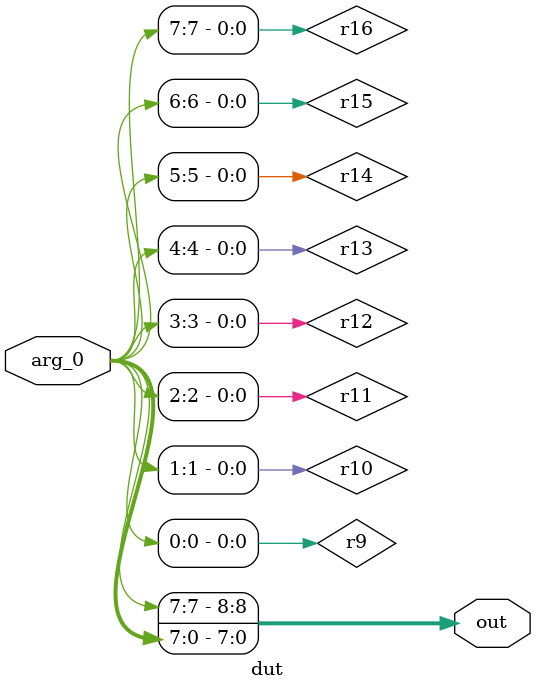
<source format=v>
module testbench();
    wire [8:0] out;
    reg [7:0] arg_0;
    dut t (.out(out),.arg_0(arg_0));
    initial begin
        arg_0 = 8'sb00000000;
        #0;
        if (9'sb000000000 !== out) begin
            $display("ASSERTION FAILED 0x%0h !== 0x%0h CASE 0", 9'sb000000000, out);
            $finish;
        end
        arg_0 = 8'sb00000001;
        #0;
        if (9'sb000000001 !== out) begin
            $display("ASSERTION FAILED 0x%0h !== 0x%0h CASE 1", 9'sb000000001, out);
            $finish;
        end
        arg_0 = 8'sb00000010;
        #0;
        if (9'sb000000010 !== out) begin
            $display("ASSERTION FAILED 0x%0h !== 0x%0h CASE 2", 9'sb000000010, out);
            $finish;
        end
        arg_0 = 8'sb00000011;
        #0;
        if (9'sb000000011 !== out) begin
            $display("ASSERTION FAILED 0x%0h !== 0x%0h CASE 3", 9'sb000000011, out);
            $finish;
        end
        arg_0 = 8'sb00000100;
        #0;
        if (9'sb000000100 !== out) begin
            $display("ASSERTION FAILED 0x%0h !== 0x%0h CASE 4", 9'sb000000100, out);
            $finish;
        end
        arg_0 = 8'sb00000101;
        #0;
        if (9'sb000000101 !== out) begin
            $display("ASSERTION FAILED 0x%0h !== 0x%0h CASE 5", 9'sb000000101, out);
            $finish;
        end
        arg_0 = 8'sb00000110;
        #0;
        if (9'sb000000110 !== out) begin
            $display("ASSERTION FAILED 0x%0h !== 0x%0h CASE 6", 9'sb000000110, out);
            $finish;
        end
        arg_0 = 8'sb00000111;
        #0;
        if (9'sb000000111 !== out) begin
            $display("ASSERTION FAILED 0x%0h !== 0x%0h CASE 7", 9'sb000000111, out);
            $finish;
        end
        arg_0 = 8'sb00001000;
        #0;
        if (9'sb000001000 !== out) begin
            $display("ASSERTION FAILED 0x%0h !== 0x%0h CASE 8", 9'sb000001000, out);
            $finish;
        end
        arg_0 = 8'sb00001001;
        #0;
        if (9'sb000001001 !== out) begin
            $display("ASSERTION FAILED 0x%0h !== 0x%0h CASE 9", 9'sb000001001, out);
            $finish;
        end
        arg_0 = 8'sb00001010;
        #0;
        if (9'sb000001010 !== out) begin
            $display("ASSERTION FAILED 0x%0h !== 0x%0h CASE 10", 9'sb000001010, out);
            $finish;
        end
        arg_0 = 8'sb00001011;
        #0;
        if (9'sb000001011 !== out) begin
            $display("ASSERTION FAILED 0x%0h !== 0x%0h CASE 11", 9'sb000001011, out);
            $finish;
        end
        arg_0 = 8'sb00001100;
        #0;
        if (9'sb000001100 !== out) begin
            $display("ASSERTION FAILED 0x%0h !== 0x%0h CASE 12", 9'sb000001100, out);
            $finish;
        end
        arg_0 = 8'sb00001101;
        #0;
        if (9'sb000001101 !== out) begin
            $display("ASSERTION FAILED 0x%0h !== 0x%0h CASE 13", 9'sb000001101, out);
            $finish;
        end
        arg_0 = 8'sb00001110;
        #0;
        if (9'sb000001110 !== out) begin
            $display("ASSERTION FAILED 0x%0h !== 0x%0h CASE 14", 9'sb000001110, out);
            $finish;
        end
        arg_0 = 8'sb00001111;
        #0;
        if (9'sb000001111 !== out) begin
            $display("ASSERTION FAILED 0x%0h !== 0x%0h CASE 15", 9'sb000001111, out);
            $finish;
        end
        arg_0 = 8'sb00010000;
        #0;
        if (9'sb000010000 !== out) begin
            $display("ASSERTION FAILED 0x%0h !== 0x%0h CASE 16", 9'sb000010000, out);
            $finish;
        end
        arg_0 = 8'sb00010001;
        #0;
        if (9'sb000010001 !== out) begin
            $display("ASSERTION FAILED 0x%0h !== 0x%0h CASE 17", 9'sb000010001, out);
            $finish;
        end
        arg_0 = 8'sb00010010;
        #0;
        if (9'sb000010010 !== out) begin
            $display("ASSERTION FAILED 0x%0h !== 0x%0h CASE 18", 9'sb000010010, out);
            $finish;
        end
        arg_0 = 8'sb00010011;
        #0;
        if (9'sb000010011 !== out) begin
            $display("ASSERTION FAILED 0x%0h !== 0x%0h CASE 19", 9'sb000010011, out);
            $finish;
        end
        arg_0 = 8'sb00010100;
        #0;
        if (9'sb000010100 !== out) begin
            $display("ASSERTION FAILED 0x%0h !== 0x%0h CASE 20", 9'sb000010100, out);
            $finish;
        end
        arg_0 = 8'sb00010101;
        #0;
        if (9'sb000010101 !== out) begin
            $display("ASSERTION FAILED 0x%0h !== 0x%0h CASE 21", 9'sb000010101, out);
            $finish;
        end
        arg_0 = 8'sb00010110;
        #0;
        if (9'sb000010110 !== out) begin
            $display("ASSERTION FAILED 0x%0h !== 0x%0h CASE 22", 9'sb000010110, out);
            $finish;
        end
        arg_0 = 8'sb00010111;
        #0;
        if (9'sb000010111 !== out) begin
            $display("ASSERTION FAILED 0x%0h !== 0x%0h CASE 23", 9'sb000010111, out);
            $finish;
        end
        arg_0 = 8'sb00011000;
        #0;
        if (9'sb000011000 !== out) begin
            $display("ASSERTION FAILED 0x%0h !== 0x%0h CASE 24", 9'sb000011000, out);
            $finish;
        end
        arg_0 = 8'sb00011001;
        #0;
        if (9'sb000011001 !== out) begin
            $display("ASSERTION FAILED 0x%0h !== 0x%0h CASE 25", 9'sb000011001, out);
            $finish;
        end
        arg_0 = 8'sb00011010;
        #0;
        if (9'sb000011010 !== out) begin
            $display("ASSERTION FAILED 0x%0h !== 0x%0h CASE 26", 9'sb000011010, out);
            $finish;
        end
        arg_0 = 8'sb00011011;
        #0;
        if (9'sb000011011 !== out) begin
            $display("ASSERTION FAILED 0x%0h !== 0x%0h CASE 27", 9'sb000011011, out);
            $finish;
        end
        arg_0 = 8'sb00011100;
        #0;
        if (9'sb000011100 !== out) begin
            $display("ASSERTION FAILED 0x%0h !== 0x%0h CASE 28", 9'sb000011100, out);
            $finish;
        end
        arg_0 = 8'sb00011101;
        #0;
        if (9'sb000011101 !== out) begin
            $display("ASSERTION FAILED 0x%0h !== 0x%0h CASE 29", 9'sb000011101, out);
            $finish;
        end
        arg_0 = 8'sb00011110;
        #0;
        if (9'sb000011110 !== out) begin
            $display("ASSERTION FAILED 0x%0h !== 0x%0h CASE 30", 9'sb000011110, out);
            $finish;
        end
        arg_0 = 8'sb00011111;
        #0;
        if (9'sb000011111 !== out) begin
            $display("ASSERTION FAILED 0x%0h !== 0x%0h CASE 31", 9'sb000011111, out);
            $finish;
        end
        arg_0 = 8'sb00100000;
        #0;
        if (9'sb000100000 !== out) begin
            $display("ASSERTION FAILED 0x%0h !== 0x%0h CASE 32", 9'sb000100000, out);
            $finish;
        end
        arg_0 = 8'sb00100001;
        #0;
        if (9'sb000100001 !== out) begin
            $display("ASSERTION FAILED 0x%0h !== 0x%0h CASE 33", 9'sb000100001, out);
            $finish;
        end
        arg_0 = 8'sb00100010;
        #0;
        if (9'sb000100010 !== out) begin
            $display("ASSERTION FAILED 0x%0h !== 0x%0h CASE 34", 9'sb000100010, out);
            $finish;
        end
        arg_0 = 8'sb00100011;
        #0;
        if (9'sb000100011 !== out) begin
            $display("ASSERTION FAILED 0x%0h !== 0x%0h CASE 35", 9'sb000100011, out);
            $finish;
        end
        arg_0 = 8'sb00100100;
        #0;
        if (9'sb000100100 !== out) begin
            $display("ASSERTION FAILED 0x%0h !== 0x%0h CASE 36", 9'sb000100100, out);
            $finish;
        end
        arg_0 = 8'sb00100101;
        #0;
        if (9'sb000100101 !== out) begin
            $display("ASSERTION FAILED 0x%0h !== 0x%0h CASE 37", 9'sb000100101, out);
            $finish;
        end
        arg_0 = 8'sb00100110;
        #0;
        if (9'sb000100110 !== out) begin
            $display("ASSERTION FAILED 0x%0h !== 0x%0h CASE 38", 9'sb000100110, out);
            $finish;
        end
        arg_0 = 8'sb00100111;
        #0;
        if (9'sb000100111 !== out) begin
            $display("ASSERTION FAILED 0x%0h !== 0x%0h CASE 39", 9'sb000100111, out);
            $finish;
        end
        arg_0 = 8'sb00101000;
        #0;
        if (9'sb000101000 !== out) begin
            $display("ASSERTION FAILED 0x%0h !== 0x%0h CASE 40", 9'sb000101000, out);
            $finish;
        end
        arg_0 = 8'sb00101001;
        #0;
        if (9'sb000101001 !== out) begin
            $display("ASSERTION FAILED 0x%0h !== 0x%0h CASE 41", 9'sb000101001, out);
            $finish;
        end
        arg_0 = 8'sb00101010;
        #0;
        if (9'sb000101010 !== out) begin
            $display("ASSERTION FAILED 0x%0h !== 0x%0h CASE 42", 9'sb000101010, out);
            $finish;
        end
        arg_0 = 8'sb00101011;
        #0;
        if (9'sb000101011 !== out) begin
            $display("ASSERTION FAILED 0x%0h !== 0x%0h CASE 43", 9'sb000101011, out);
            $finish;
        end
        arg_0 = 8'sb00101100;
        #0;
        if (9'sb000101100 !== out) begin
            $display("ASSERTION FAILED 0x%0h !== 0x%0h CASE 44", 9'sb000101100, out);
            $finish;
        end
        arg_0 = 8'sb00101101;
        #0;
        if (9'sb000101101 !== out) begin
            $display("ASSERTION FAILED 0x%0h !== 0x%0h CASE 45", 9'sb000101101, out);
            $finish;
        end
        arg_0 = 8'sb00101110;
        #0;
        if (9'sb000101110 !== out) begin
            $display("ASSERTION FAILED 0x%0h !== 0x%0h CASE 46", 9'sb000101110, out);
            $finish;
        end
        arg_0 = 8'sb00101111;
        #0;
        if (9'sb000101111 !== out) begin
            $display("ASSERTION FAILED 0x%0h !== 0x%0h CASE 47", 9'sb000101111, out);
            $finish;
        end
        arg_0 = 8'sb00110000;
        #0;
        if (9'sb000110000 !== out) begin
            $display("ASSERTION FAILED 0x%0h !== 0x%0h CASE 48", 9'sb000110000, out);
            $finish;
        end
        arg_0 = 8'sb00110001;
        #0;
        if (9'sb000110001 !== out) begin
            $display("ASSERTION FAILED 0x%0h !== 0x%0h CASE 49", 9'sb000110001, out);
            $finish;
        end
        arg_0 = 8'sb00110010;
        #0;
        if (9'sb000110010 !== out) begin
            $display("ASSERTION FAILED 0x%0h !== 0x%0h CASE 50", 9'sb000110010, out);
            $finish;
        end
        arg_0 = 8'sb00110011;
        #0;
        if (9'sb000110011 !== out) begin
            $display("ASSERTION FAILED 0x%0h !== 0x%0h CASE 51", 9'sb000110011, out);
            $finish;
        end
        arg_0 = 8'sb00110100;
        #0;
        if (9'sb000110100 !== out) begin
            $display("ASSERTION FAILED 0x%0h !== 0x%0h CASE 52", 9'sb000110100, out);
            $finish;
        end
        arg_0 = 8'sb00110101;
        #0;
        if (9'sb000110101 !== out) begin
            $display("ASSERTION FAILED 0x%0h !== 0x%0h CASE 53", 9'sb000110101, out);
            $finish;
        end
        arg_0 = 8'sb00110110;
        #0;
        if (9'sb000110110 !== out) begin
            $display("ASSERTION FAILED 0x%0h !== 0x%0h CASE 54", 9'sb000110110, out);
            $finish;
        end
        arg_0 = 8'sb00110111;
        #0;
        if (9'sb000110111 !== out) begin
            $display("ASSERTION FAILED 0x%0h !== 0x%0h CASE 55", 9'sb000110111, out);
            $finish;
        end
        arg_0 = 8'sb00111000;
        #0;
        if (9'sb000111000 !== out) begin
            $display("ASSERTION FAILED 0x%0h !== 0x%0h CASE 56", 9'sb000111000, out);
            $finish;
        end
        arg_0 = 8'sb00111001;
        #0;
        if (9'sb000111001 !== out) begin
            $display("ASSERTION FAILED 0x%0h !== 0x%0h CASE 57", 9'sb000111001, out);
            $finish;
        end
        arg_0 = 8'sb00111010;
        #0;
        if (9'sb000111010 !== out) begin
            $display("ASSERTION FAILED 0x%0h !== 0x%0h CASE 58", 9'sb000111010, out);
            $finish;
        end
        arg_0 = 8'sb00111011;
        #0;
        if (9'sb000111011 !== out) begin
            $display("ASSERTION FAILED 0x%0h !== 0x%0h CASE 59", 9'sb000111011, out);
            $finish;
        end
        arg_0 = 8'sb00111100;
        #0;
        if (9'sb000111100 !== out) begin
            $display("ASSERTION FAILED 0x%0h !== 0x%0h CASE 60", 9'sb000111100, out);
            $finish;
        end
        arg_0 = 8'sb00111101;
        #0;
        if (9'sb000111101 !== out) begin
            $display("ASSERTION FAILED 0x%0h !== 0x%0h CASE 61", 9'sb000111101, out);
            $finish;
        end
        arg_0 = 8'sb00111110;
        #0;
        if (9'sb000111110 !== out) begin
            $display("ASSERTION FAILED 0x%0h !== 0x%0h CASE 62", 9'sb000111110, out);
            $finish;
        end
        arg_0 = 8'sb00111111;
        #0;
        if (9'sb000111111 !== out) begin
            $display("ASSERTION FAILED 0x%0h !== 0x%0h CASE 63", 9'sb000111111, out);
            $finish;
        end
        arg_0 = 8'sb01000000;
        #0;
        if (9'sb001000000 !== out) begin
            $display("ASSERTION FAILED 0x%0h !== 0x%0h CASE 64", 9'sb001000000, out);
            $finish;
        end
        arg_0 = 8'sb01000001;
        #0;
        if (9'sb001000001 !== out) begin
            $display("ASSERTION FAILED 0x%0h !== 0x%0h CASE 65", 9'sb001000001, out);
            $finish;
        end
        arg_0 = 8'sb01000010;
        #0;
        if (9'sb001000010 !== out) begin
            $display("ASSERTION FAILED 0x%0h !== 0x%0h CASE 66", 9'sb001000010, out);
            $finish;
        end
        arg_0 = 8'sb01000011;
        #0;
        if (9'sb001000011 !== out) begin
            $display("ASSERTION FAILED 0x%0h !== 0x%0h CASE 67", 9'sb001000011, out);
            $finish;
        end
        arg_0 = 8'sb01000100;
        #0;
        if (9'sb001000100 !== out) begin
            $display("ASSERTION FAILED 0x%0h !== 0x%0h CASE 68", 9'sb001000100, out);
            $finish;
        end
        arg_0 = 8'sb01000101;
        #0;
        if (9'sb001000101 !== out) begin
            $display("ASSERTION FAILED 0x%0h !== 0x%0h CASE 69", 9'sb001000101, out);
            $finish;
        end
        arg_0 = 8'sb01000110;
        #0;
        if (9'sb001000110 !== out) begin
            $display("ASSERTION FAILED 0x%0h !== 0x%0h CASE 70", 9'sb001000110, out);
            $finish;
        end
        arg_0 = 8'sb01000111;
        #0;
        if (9'sb001000111 !== out) begin
            $display("ASSERTION FAILED 0x%0h !== 0x%0h CASE 71", 9'sb001000111, out);
            $finish;
        end
        arg_0 = 8'sb01001000;
        #0;
        if (9'sb001001000 !== out) begin
            $display("ASSERTION FAILED 0x%0h !== 0x%0h CASE 72", 9'sb001001000, out);
            $finish;
        end
        arg_0 = 8'sb01001001;
        #0;
        if (9'sb001001001 !== out) begin
            $display("ASSERTION FAILED 0x%0h !== 0x%0h CASE 73", 9'sb001001001, out);
            $finish;
        end
        arg_0 = 8'sb01001010;
        #0;
        if (9'sb001001010 !== out) begin
            $display("ASSERTION FAILED 0x%0h !== 0x%0h CASE 74", 9'sb001001010, out);
            $finish;
        end
        arg_0 = 8'sb01001011;
        #0;
        if (9'sb001001011 !== out) begin
            $display("ASSERTION FAILED 0x%0h !== 0x%0h CASE 75", 9'sb001001011, out);
            $finish;
        end
        arg_0 = 8'sb01001100;
        #0;
        if (9'sb001001100 !== out) begin
            $display("ASSERTION FAILED 0x%0h !== 0x%0h CASE 76", 9'sb001001100, out);
            $finish;
        end
        arg_0 = 8'sb01001101;
        #0;
        if (9'sb001001101 !== out) begin
            $display("ASSERTION FAILED 0x%0h !== 0x%0h CASE 77", 9'sb001001101, out);
            $finish;
        end
        arg_0 = 8'sb01001110;
        #0;
        if (9'sb001001110 !== out) begin
            $display("ASSERTION FAILED 0x%0h !== 0x%0h CASE 78", 9'sb001001110, out);
            $finish;
        end
        arg_0 = 8'sb01001111;
        #0;
        if (9'sb001001111 !== out) begin
            $display("ASSERTION FAILED 0x%0h !== 0x%0h CASE 79", 9'sb001001111, out);
            $finish;
        end
        arg_0 = 8'sb01010000;
        #0;
        if (9'sb001010000 !== out) begin
            $display("ASSERTION FAILED 0x%0h !== 0x%0h CASE 80", 9'sb001010000, out);
            $finish;
        end
        arg_0 = 8'sb01010001;
        #0;
        if (9'sb001010001 !== out) begin
            $display("ASSERTION FAILED 0x%0h !== 0x%0h CASE 81", 9'sb001010001, out);
            $finish;
        end
        arg_0 = 8'sb01010010;
        #0;
        if (9'sb001010010 !== out) begin
            $display("ASSERTION FAILED 0x%0h !== 0x%0h CASE 82", 9'sb001010010, out);
            $finish;
        end
        arg_0 = 8'sb01010011;
        #0;
        if (9'sb001010011 !== out) begin
            $display("ASSERTION FAILED 0x%0h !== 0x%0h CASE 83", 9'sb001010011, out);
            $finish;
        end
        arg_0 = 8'sb01010100;
        #0;
        if (9'sb001010100 !== out) begin
            $display("ASSERTION FAILED 0x%0h !== 0x%0h CASE 84", 9'sb001010100, out);
            $finish;
        end
        arg_0 = 8'sb01010101;
        #0;
        if (9'sb001010101 !== out) begin
            $display("ASSERTION FAILED 0x%0h !== 0x%0h CASE 85", 9'sb001010101, out);
            $finish;
        end
        arg_0 = 8'sb01010110;
        #0;
        if (9'sb001010110 !== out) begin
            $display("ASSERTION FAILED 0x%0h !== 0x%0h CASE 86", 9'sb001010110, out);
            $finish;
        end
        arg_0 = 8'sb01010111;
        #0;
        if (9'sb001010111 !== out) begin
            $display("ASSERTION FAILED 0x%0h !== 0x%0h CASE 87", 9'sb001010111, out);
            $finish;
        end
        arg_0 = 8'sb01011000;
        #0;
        if (9'sb001011000 !== out) begin
            $display("ASSERTION FAILED 0x%0h !== 0x%0h CASE 88", 9'sb001011000, out);
            $finish;
        end
        arg_0 = 8'sb01011001;
        #0;
        if (9'sb001011001 !== out) begin
            $display("ASSERTION FAILED 0x%0h !== 0x%0h CASE 89", 9'sb001011001, out);
            $finish;
        end
        arg_0 = 8'sb01011010;
        #0;
        if (9'sb001011010 !== out) begin
            $display("ASSERTION FAILED 0x%0h !== 0x%0h CASE 90", 9'sb001011010, out);
            $finish;
        end
        arg_0 = 8'sb01011011;
        #0;
        if (9'sb001011011 !== out) begin
            $display("ASSERTION FAILED 0x%0h !== 0x%0h CASE 91", 9'sb001011011, out);
            $finish;
        end
        arg_0 = 8'sb01011100;
        #0;
        if (9'sb001011100 !== out) begin
            $display("ASSERTION FAILED 0x%0h !== 0x%0h CASE 92", 9'sb001011100, out);
            $finish;
        end
        arg_0 = 8'sb01011101;
        #0;
        if (9'sb001011101 !== out) begin
            $display("ASSERTION FAILED 0x%0h !== 0x%0h CASE 93", 9'sb001011101, out);
            $finish;
        end
        arg_0 = 8'sb01011110;
        #0;
        if (9'sb001011110 !== out) begin
            $display("ASSERTION FAILED 0x%0h !== 0x%0h CASE 94", 9'sb001011110, out);
            $finish;
        end
        arg_0 = 8'sb01011111;
        #0;
        if (9'sb001011111 !== out) begin
            $display("ASSERTION FAILED 0x%0h !== 0x%0h CASE 95", 9'sb001011111, out);
            $finish;
        end
        arg_0 = 8'sb01100000;
        #0;
        if (9'sb001100000 !== out) begin
            $display("ASSERTION FAILED 0x%0h !== 0x%0h CASE 96", 9'sb001100000, out);
            $finish;
        end
        arg_0 = 8'sb01100001;
        #0;
        if (9'sb001100001 !== out) begin
            $display("ASSERTION FAILED 0x%0h !== 0x%0h CASE 97", 9'sb001100001, out);
            $finish;
        end
        arg_0 = 8'sb01100010;
        #0;
        if (9'sb001100010 !== out) begin
            $display("ASSERTION FAILED 0x%0h !== 0x%0h CASE 98", 9'sb001100010, out);
            $finish;
        end
        arg_0 = 8'sb01100011;
        #0;
        if (9'sb001100011 !== out) begin
            $display("ASSERTION FAILED 0x%0h !== 0x%0h CASE 99", 9'sb001100011, out);
            $finish;
        end
        arg_0 = 8'sb01100100;
        #0;
        if (9'sb001100100 !== out) begin
            $display("ASSERTION FAILED 0x%0h !== 0x%0h CASE 100", 9'sb001100100, out);
            $finish;
        end
        arg_0 = 8'sb01100101;
        #0;
        if (9'sb001100101 !== out) begin
            $display("ASSERTION FAILED 0x%0h !== 0x%0h CASE 101", 9'sb001100101, out);
            $finish;
        end
        arg_0 = 8'sb01100110;
        #0;
        if (9'sb001100110 !== out) begin
            $display("ASSERTION FAILED 0x%0h !== 0x%0h CASE 102", 9'sb001100110, out);
            $finish;
        end
        arg_0 = 8'sb01100111;
        #0;
        if (9'sb001100111 !== out) begin
            $display("ASSERTION FAILED 0x%0h !== 0x%0h CASE 103", 9'sb001100111, out);
            $finish;
        end
        arg_0 = 8'sb01101000;
        #0;
        if (9'sb001101000 !== out) begin
            $display("ASSERTION FAILED 0x%0h !== 0x%0h CASE 104", 9'sb001101000, out);
            $finish;
        end
        arg_0 = 8'sb01101001;
        #0;
        if (9'sb001101001 !== out) begin
            $display("ASSERTION FAILED 0x%0h !== 0x%0h CASE 105", 9'sb001101001, out);
            $finish;
        end
        arg_0 = 8'sb01101010;
        #0;
        if (9'sb001101010 !== out) begin
            $display("ASSERTION FAILED 0x%0h !== 0x%0h CASE 106", 9'sb001101010, out);
            $finish;
        end
        arg_0 = 8'sb01101011;
        #0;
        if (9'sb001101011 !== out) begin
            $display("ASSERTION FAILED 0x%0h !== 0x%0h CASE 107", 9'sb001101011, out);
            $finish;
        end
        arg_0 = 8'sb01101100;
        #0;
        if (9'sb001101100 !== out) begin
            $display("ASSERTION FAILED 0x%0h !== 0x%0h CASE 108", 9'sb001101100, out);
            $finish;
        end
        arg_0 = 8'sb01101101;
        #0;
        if (9'sb001101101 !== out) begin
            $display("ASSERTION FAILED 0x%0h !== 0x%0h CASE 109", 9'sb001101101, out);
            $finish;
        end
        arg_0 = 8'sb01101110;
        #0;
        if (9'sb001101110 !== out) begin
            $display("ASSERTION FAILED 0x%0h !== 0x%0h CASE 110", 9'sb001101110, out);
            $finish;
        end
        arg_0 = 8'sb01101111;
        #0;
        if (9'sb001101111 !== out) begin
            $display("ASSERTION FAILED 0x%0h !== 0x%0h CASE 111", 9'sb001101111, out);
            $finish;
        end
        arg_0 = 8'sb01110000;
        #0;
        if (9'sb001110000 !== out) begin
            $display("ASSERTION FAILED 0x%0h !== 0x%0h CASE 112", 9'sb001110000, out);
            $finish;
        end
        arg_0 = 8'sb01110001;
        #0;
        if (9'sb001110001 !== out) begin
            $display("ASSERTION FAILED 0x%0h !== 0x%0h CASE 113", 9'sb001110001, out);
            $finish;
        end
        arg_0 = 8'sb01110010;
        #0;
        if (9'sb001110010 !== out) begin
            $display("ASSERTION FAILED 0x%0h !== 0x%0h CASE 114", 9'sb001110010, out);
            $finish;
        end
        arg_0 = 8'sb01110011;
        #0;
        if (9'sb001110011 !== out) begin
            $display("ASSERTION FAILED 0x%0h !== 0x%0h CASE 115", 9'sb001110011, out);
            $finish;
        end
        arg_0 = 8'sb01110100;
        #0;
        if (9'sb001110100 !== out) begin
            $display("ASSERTION FAILED 0x%0h !== 0x%0h CASE 116", 9'sb001110100, out);
            $finish;
        end
        arg_0 = 8'sb01110101;
        #0;
        if (9'sb001110101 !== out) begin
            $display("ASSERTION FAILED 0x%0h !== 0x%0h CASE 117", 9'sb001110101, out);
            $finish;
        end
        arg_0 = 8'sb01110110;
        #0;
        if (9'sb001110110 !== out) begin
            $display("ASSERTION FAILED 0x%0h !== 0x%0h CASE 118", 9'sb001110110, out);
            $finish;
        end
        arg_0 = 8'sb01110111;
        #0;
        if (9'sb001110111 !== out) begin
            $display("ASSERTION FAILED 0x%0h !== 0x%0h CASE 119", 9'sb001110111, out);
            $finish;
        end
        arg_0 = 8'sb01111000;
        #0;
        if (9'sb001111000 !== out) begin
            $display("ASSERTION FAILED 0x%0h !== 0x%0h CASE 120", 9'sb001111000, out);
            $finish;
        end
        arg_0 = 8'sb01111001;
        #0;
        if (9'sb001111001 !== out) begin
            $display("ASSERTION FAILED 0x%0h !== 0x%0h CASE 121", 9'sb001111001, out);
            $finish;
        end
        arg_0 = 8'sb01111010;
        #0;
        if (9'sb001111010 !== out) begin
            $display("ASSERTION FAILED 0x%0h !== 0x%0h CASE 122", 9'sb001111010, out);
            $finish;
        end
        arg_0 = 8'sb01111011;
        #0;
        if (9'sb001111011 !== out) begin
            $display("ASSERTION FAILED 0x%0h !== 0x%0h CASE 123", 9'sb001111011, out);
            $finish;
        end
        arg_0 = 8'sb01111100;
        #0;
        if (9'sb001111100 !== out) begin
            $display("ASSERTION FAILED 0x%0h !== 0x%0h CASE 124", 9'sb001111100, out);
            $finish;
        end
        arg_0 = 8'sb01111101;
        #0;
        if (9'sb001111101 !== out) begin
            $display("ASSERTION FAILED 0x%0h !== 0x%0h CASE 125", 9'sb001111101, out);
            $finish;
        end
        arg_0 = 8'sb01111110;
        #0;
        if (9'sb001111110 !== out) begin
            $display("ASSERTION FAILED 0x%0h !== 0x%0h CASE 126", 9'sb001111110, out);
            $finish;
        end
        arg_0 = 8'sb01111111;
        #0;
        if (9'sb001111111 !== out) begin
            $display("ASSERTION FAILED 0x%0h !== 0x%0h CASE 127", 9'sb001111111, out);
            $finish;
        end
        arg_0 = 8'sb10000000;
        #0;
        if (9'sb110000000 !== out) begin
            $display("ASSERTION FAILED 0x%0h !== 0x%0h CASE 128", 9'sb110000000, out);
            $finish;
        end
        arg_0 = 8'sb10000001;
        #0;
        if (9'sb110000001 !== out) begin
            $display("ASSERTION FAILED 0x%0h !== 0x%0h CASE 129", 9'sb110000001, out);
            $finish;
        end
        arg_0 = 8'sb10000010;
        #0;
        if (9'sb110000010 !== out) begin
            $display("ASSERTION FAILED 0x%0h !== 0x%0h CASE 130", 9'sb110000010, out);
            $finish;
        end
        arg_0 = 8'sb10000011;
        #0;
        if (9'sb110000011 !== out) begin
            $display("ASSERTION FAILED 0x%0h !== 0x%0h CASE 131", 9'sb110000011, out);
            $finish;
        end
        arg_0 = 8'sb10000100;
        #0;
        if (9'sb110000100 !== out) begin
            $display("ASSERTION FAILED 0x%0h !== 0x%0h CASE 132", 9'sb110000100, out);
            $finish;
        end
        arg_0 = 8'sb10000101;
        #0;
        if (9'sb110000101 !== out) begin
            $display("ASSERTION FAILED 0x%0h !== 0x%0h CASE 133", 9'sb110000101, out);
            $finish;
        end
        arg_0 = 8'sb10000110;
        #0;
        if (9'sb110000110 !== out) begin
            $display("ASSERTION FAILED 0x%0h !== 0x%0h CASE 134", 9'sb110000110, out);
            $finish;
        end
        arg_0 = 8'sb10000111;
        #0;
        if (9'sb110000111 !== out) begin
            $display("ASSERTION FAILED 0x%0h !== 0x%0h CASE 135", 9'sb110000111, out);
            $finish;
        end
        arg_0 = 8'sb10001000;
        #0;
        if (9'sb110001000 !== out) begin
            $display("ASSERTION FAILED 0x%0h !== 0x%0h CASE 136", 9'sb110001000, out);
            $finish;
        end
        arg_0 = 8'sb10001001;
        #0;
        if (9'sb110001001 !== out) begin
            $display("ASSERTION FAILED 0x%0h !== 0x%0h CASE 137", 9'sb110001001, out);
            $finish;
        end
        arg_0 = 8'sb10001010;
        #0;
        if (9'sb110001010 !== out) begin
            $display("ASSERTION FAILED 0x%0h !== 0x%0h CASE 138", 9'sb110001010, out);
            $finish;
        end
        arg_0 = 8'sb10001011;
        #0;
        if (9'sb110001011 !== out) begin
            $display("ASSERTION FAILED 0x%0h !== 0x%0h CASE 139", 9'sb110001011, out);
            $finish;
        end
        arg_0 = 8'sb10001100;
        #0;
        if (9'sb110001100 !== out) begin
            $display("ASSERTION FAILED 0x%0h !== 0x%0h CASE 140", 9'sb110001100, out);
            $finish;
        end
        arg_0 = 8'sb10001101;
        #0;
        if (9'sb110001101 !== out) begin
            $display("ASSERTION FAILED 0x%0h !== 0x%0h CASE 141", 9'sb110001101, out);
            $finish;
        end
        arg_0 = 8'sb10001110;
        #0;
        if (9'sb110001110 !== out) begin
            $display("ASSERTION FAILED 0x%0h !== 0x%0h CASE 142", 9'sb110001110, out);
            $finish;
        end
        arg_0 = 8'sb10001111;
        #0;
        if (9'sb110001111 !== out) begin
            $display("ASSERTION FAILED 0x%0h !== 0x%0h CASE 143", 9'sb110001111, out);
            $finish;
        end
        arg_0 = 8'sb10010000;
        #0;
        if (9'sb110010000 !== out) begin
            $display("ASSERTION FAILED 0x%0h !== 0x%0h CASE 144", 9'sb110010000, out);
            $finish;
        end
        arg_0 = 8'sb10010001;
        #0;
        if (9'sb110010001 !== out) begin
            $display("ASSERTION FAILED 0x%0h !== 0x%0h CASE 145", 9'sb110010001, out);
            $finish;
        end
        arg_0 = 8'sb10010010;
        #0;
        if (9'sb110010010 !== out) begin
            $display("ASSERTION FAILED 0x%0h !== 0x%0h CASE 146", 9'sb110010010, out);
            $finish;
        end
        arg_0 = 8'sb10010011;
        #0;
        if (9'sb110010011 !== out) begin
            $display("ASSERTION FAILED 0x%0h !== 0x%0h CASE 147", 9'sb110010011, out);
            $finish;
        end
        arg_0 = 8'sb10010100;
        #0;
        if (9'sb110010100 !== out) begin
            $display("ASSERTION FAILED 0x%0h !== 0x%0h CASE 148", 9'sb110010100, out);
            $finish;
        end
        arg_0 = 8'sb10010101;
        #0;
        if (9'sb110010101 !== out) begin
            $display("ASSERTION FAILED 0x%0h !== 0x%0h CASE 149", 9'sb110010101, out);
            $finish;
        end
        arg_0 = 8'sb10010110;
        #0;
        if (9'sb110010110 !== out) begin
            $display("ASSERTION FAILED 0x%0h !== 0x%0h CASE 150", 9'sb110010110, out);
            $finish;
        end
        arg_0 = 8'sb10010111;
        #0;
        if (9'sb110010111 !== out) begin
            $display("ASSERTION FAILED 0x%0h !== 0x%0h CASE 151", 9'sb110010111, out);
            $finish;
        end
        arg_0 = 8'sb10011000;
        #0;
        if (9'sb110011000 !== out) begin
            $display("ASSERTION FAILED 0x%0h !== 0x%0h CASE 152", 9'sb110011000, out);
            $finish;
        end
        arg_0 = 8'sb10011001;
        #0;
        if (9'sb110011001 !== out) begin
            $display("ASSERTION FAILED 0x%0h !== 0x%0h CASE 153", 9'sb110011001, out);
            $finish;
        end
        arg_0 = 8'sb10011010;
        #0;
        if (9'sb110011010 !== out) begin
            $display("ASSERTION FAILED 0x%0h !== 0x%0h CASE 154", 9'sb110011010, out);
            $finish;
        end
        arg_0 = 8'sb10011011;
        #0;
        if (9'sb110011011 !== out) begin
            $display("ASSERTION FAILED 0x%0h !== 0x%0h CASE 155", 9'sb110011011, out);
            $finish;
        end
        arg_0 = 8'sb10011100;
        #0;
        if (9'sb110011100 !== out) begin
            $display("ASSERTION FAILED 0x%0h !== 0x%0h CASE 156", 9'sb110011100, out);
            $finish;
        end
        arg_0 = 8'sb10011101;
        #0;
        if (9'sb110011101 !== out) begin
            $display("ASSERTION FAILED 0x%0h !== 0x%0h CASE 157", 9'sb110011101, out);
            $finish;
        end
        arg_0 = 8'sb10011110;
        #0;
        if (9'sb110011110 !== out) begin
            $display("ASSERTION FAILED 0x%0h !== 0x%0h CASE 158", 9'sb110011110, out);
            $finish;
        end
        arg_0 = 8'sb10011111;
        #0;
        if (9'sb110011111 !== out) begin
            $display("ASSERTION FAILED 0x%0h !== 0x%0h CASE 159", 9'sb110011111, out);
            $finish;
        end
        arg_0 = 8'sb10100000;
        #0;
        if (9'sb110100000 !== out) begin
            $display("ASSERTION FAILED 0x%0h !== 0x%0h CASE 160", 9'sb110100000, out);
            $finish;
        end
        arg_0 = 8'sb10100001;
        #0;
        if (9'sb110100001 !== out) begin
            $display("ASSERTION FAILED 0x%0h !== 0x%0h CASE 161", 9'sb110100001, out);
            $finish;
        end
        arg_0 = 8'sb10100010;
        #0;
        if (9'sb110100010 !== out) begin
            $display("ASSERTION FAILED 0x%0h !== 0x%0h CASE 162", 9'sb110100010, out);
            $finish;
        end
        arg_0 = 8'sb10100011;
        #0;
        if (9'sb110100011 !== out) begin
            $display("ASSERTION FAILED 0x%0h !== 0x%0h CASE 163", 9'sb110100011, out);
            $finish;
        end
        arg_0 = 8'sb10100100;
        #0;
        if (9'sb110100100 !== out) begin
            $display("ASSERTION FAILED 0x%0h !== 0x%0h CASE 164", 9'sb110100100, out);
            $finish;
        end
        arg_0 = 8'sb10100101;
        #0;
        if (9'sb110100101 !== out) begin
            $display("ASSERTION FAILED 0x%0h !== 0x%0h CASE 165", 9'sb110100101, out);
            $finish;
        end
        arg_0 = 8'sb10100110;
        #0;
        if (9'sb110100110 !== out) begin
            $display("ASSERTION FAILED 0x%0h !== 0x%0h CASE 166", 9'sb110100110, out);
            $finish;
        end
        arg_0 = 8'sb10100111;
        #0;
        if (9'sb110100111 !== out) begin
            $display("ASSERTION FAILED 0x%0h !== 0x%0h CASE 167", 9'sb110100111, out);
            $finish;
        end
        arg_0 = 8'sb10101000;
        #0;
        if (9'sb110101000 !== out) begin
            $display("ASSERTION FAILED 0x%0h !== 0x%0h CASE 168", 9'sb110101000, out);
            $finish;
        end
        arg_0 = 8'sb10101001;
        #0;
        if (9'sb110101001 !== out) begin
            $display("ASSERTION FAILED 0x%0h !== 0x%0h CASE 169", 9'sb110101001, out);
            $finish;
        end
        arg_0 = 8'sb10101010;
        #0;
        if (9'sb110101010 !== out) begin
            $display("ASSERTION FAILED 0x%0h !== 0x%0h CASE 170", 9'sb110101010, out);
            $finish;
        end
        arg_0 = 8'sb10101011;
        #0;
        if (9'sb110101011 !== out) begin
            $display("ASSERTION FAILED 0x%0h !== 0x%0h CASE 171", 9'sb110101011, out);
            $finish;
        end
        arg_0 = 8'sb10101100;
        #0;
        if (9'sb110101100 !== out) begin
            $display("ASSERTION FAILED 0x%0h !== 0x%0h CASE 172", 9'sb110101100, out);
            $finish;
        end
        arg_0 = 8'sb10101101;
        #0;
        if (9'sb110101101 !== out) begin
            $display("ASSERTION FAILED 0x%0h !== 0x%0h CASE 173", 9'sb110101101, out);
            $finish;
        end
        arg_0 = 8'sb10101110;
        #0;
        if (9'sb110101110 !== out) begin
            $display("ASSERTION FAILED 0x%0h !== 0x%0h CASE 174", 9'sb110101110, out);
            $finish;
        end
        arg_0 = 8'sb10101111;
        #0;
        if (9'sb110101111 !== out) begin
            $display("ASSERTION FAILED 0x%0h !== 0x%0h CASE 175", 9'sb110101111, out);
            $finish;
        end
        arg_0 = 8'sb10110000;
        #0;
        if (9'sb110110000 !== out) begin
            $display("ASSERTION FAILED 0x%0h !== 0x%0h CASE 176", 9'sb110110000, out);
            $finish;
        end
        arg_0 = 8'sb10110001;
        #0;
        if (9'sb110110001 !== out) begin
            $display("ASSERTION FAILED 0x%0h !== 0x%0h CASE 177", 9'sb110110001, out);
            $finish;
        end
        arg_0 = 8'sb10110010;
        #0;
        if (9'sb110110010 !== out) begin
            $display("ASSERTION FAILED 0x%0h !== 0x%0h CASE 178", 9'sb110110010, out);
            $finish;
        end
        arg_0 = 8'sb10110011;
        #0;
        if (9'sb110110011 !== out) begin
            $display("ASSERTION FAILED 0x%0h !== 0x%0h CASE 179", 9'sb110110011, out);
            $finish;
        end
        arg_0 = 8'sb10110100;
        #0;
        if (9'sb110110100 !== out) begin
            $display("ASSERTION FAILED 0x%0h !== 0x%0h CASE 180", 9'sb110110100, out);
            $finish;
        end
        arg_0 = 8'sb10110101;
        #0;
        if (9'sb110110101 !== out) begin
            $display("ASSERTION FAILED 0x%0h !== 0x%0h CASE 181", 9'sb110110101, out);
            $finish;
        end
        arg_0 = 8'sb10110110;
        #0;
        if (9'sb110110110 !== out) begin
            $display("ASSERTION FAILED 0x%0h !== 0x%0h CASE 182", 9'sb110110110, out);
            $finish;
        end
        arg_0 = 8'sb10110111;
        #0;
        if (9'sb110110111 !== out) begin
            $display("ASSERTION FAILED 0x%0h !== 0x%0h CASE 183", 9'sb110110111, out);
            $finish;
        end
        arg_0 = 8'sb10111000;
        #0;
        if (9'sb110111000 !== out) begin
            $display("ASSERTION FAILED 0x%0h !== 0x%0h CASE 184", 9'sb110111000, out);
            $finish;
        end
        arg_0 = 8'sb10111001;
        #0;
        if (9'sb110111001 !== out) begin
            $display("ASSERTION FAILED 0x%0h !== 0x%0h CASE 185", 9'sb110111001, out);
            $finish;
        end
        arg_0 = 8'sb10111010;
        #0;
        if (9'sb110111010 !== out) begin
            $display("ASSERTION FAILED 0x%0h !== 0x%0h CASE 186", 9'sb110111010, out);
            $finish;
        end
        arg_0 = 8'sb10111011;
        #0;
        if (9'sb110111011 !== out) begin
            $display("ASSERTION FAILED 0x%0h !== 0x%0h CASE 187", 9'sb110111011, out);
            $finish;
        end
        arg_0 = 8'sb10111100;
        #0;
        if (9'sb110111100 !== out) begin
            $display("ASSERTION FAILED 0x%0h !== 0x%0h CASE 188", 9'sb110111100, out);
            $finish;
        end
        arg_0 = 8'sb10111101;
        #0;
        if (9'sb110111101 !== out) begin
            $display("ASSERTION FAILED 0x%0h !== 0x%0h CASE 189", 9'sb110111101, out);
            $finish;
        end
        arg_0 = 8'sb10111110;
        #0;
        if (9'sb110111110 !== out) begin
            $display("ASSERTION FAILED 0x%0h !== 0x%0h CASE 190", 9'sb110111110, out);
            $finish;
        end
        arg_0 = 8'sb10111111;
        #0;
        if (9'sb110111111 !== out) begin
            $display("ASSERTION FAILED 0x%0h !== 0x%0h CASE 191", 9'sb110111111, out);
            $finish;
        end
        arg_0 = 8'sb11000000;
        #0;
        if (9'sb111000000 !== out) begin
            $display("ASSERTION FAILED 0x%0h !== 0x%0h CASE 192", 9'sb111000000, out);
            $finish;
        end
        arg_0 = 8'sb11000001;
        #0;
        if (9'sb111000001 !== out) begin
            $display("ASSERTION FAILED 0x%0h !== 0x%0h CASE 193", 9'sb111000001, out);
            $finish;
        end
        arg_0 = 8'sb11000010;
        #0;
        if (9'sb111000010 !== out) begin
            $display("ASSERTION FAILED 0x%0h !== 0x%0h CASE 194", 9'sb111000010, out);
            $finish;
        end
        arg_0 = 8'sb11000011;
        #0;
        if (9'sb111000011 !== out) begin
            $display("ASSERTION FAILED 0x%0h !== 0x%0h CASE 195", 9'sb111000011, out);
            $finish;
        end
        arg_0 = 8'sb11000100;
        #0;
        if (9'sb111000100 !== out) begin
            $display("ASSERTION FAILED 0x%0h !== 0x%0h CASE 196", 9'sb111000100, out);
            $finish;
        end
        arg_0 = 8'sb11000101;
        #0;
        if (9'sb111000101 !== out) begin
            $display("ASSERTION FAILED 0x%0h !== 0x%0h CASE 197", 9'sb111000101, out);
            $finish;
        end
        arg_0 = 8'sb11000110;
        #0;
        if (9'sb111000110 !== out) begin
            $display("ASSERTION FAILED 0x%0h !== 0x%0h CASE 198", 9'sb111000110, out);
            $finish;
        end
        arg_0 = 8'sb11000111;
        #0;
        if (9'sb111000111 !== out) begin
            $display("ASSERTION FAILED 0x%0h !== 0x%0h CASE 199", 9'sb111000111, out);
            $finish;
        end
        arg_0 = 8'sb11001000;
        #0;
        if (9'sb111001000 !== out) begin
            $display("ASSERTION FAILED 0x%0h !== 0x%0h CASE 200", 9'sb111001000, out);
            $finish;
        end
        arg_0 = 8'sb11001001;
        #0;
        if (9'sb111001001 !== out) begin
            $display("ASSERTION FAILED 0x%0h !== 0x%0h CASE 201", 9'sb111001001, out);
            $finish;
        end
        arg_0 = 8'sb11001010;
        #0;
        if (9'sb111001010 !== out) begin
            $display("ASSERTION FAILED 0x%0h !== 0x%0h CASE 202", 9'sb111001010, out);
            $finish;
        end
        arg_0 = 8'sb11001011;
        #0;
        if (9'sb111001011 !== out) begin
            $display("ASSERTION FAILED 0x%0h !== 0x%0h CASE 203", 9'sb111001011, out);
            $finish;
        end
        arg_0 = 8'sb11001100;
        #0;
        if (9'sb111001100 !== out) begin
            $display("ASSERTION FAILED 0x%0h !== 0x%0h CASE 204", 9'sb111001100, out);
            $finish;
        end
        arg_0 = 8'sb11001101;
        #0;
        if (9'sb111001101 !== out) begin
            $display("ASSERTION FAILED 0x%0h !== 0x%0h CASE 205", 9'sb111001101, out);
            $finish;
        end
        arg_0 = 8'sb11001110;
        #0;
        if (9'sb111001110 !== out) begin
            $display("ASSERTION FAILED 0x%0h !== 0x%0h CASE 206", 9'sb111001110, out);
            $finish;
        end
        arg_0 = 8'sb11001111;
        #0;
        if (9'sb111001111 !== out) begin
            $display("ASSERTION FAILED 0x%0h !== 0x%0h CASE 207", 9'sb111001111, out);
            $finish;
        end
        arg_0 = 8'sb11010000;
        #0;
        if (9'sb111010000 !== out) begin
            $display("ASSERTION FAILED 0x%0h !== 0x%0h CASE 208", 9'sb111010000, out);
            $finish;
        end
        arg_0 = 8'sb11010001;
        #0;
        if (9'sb111010001 !== out) begin
            $display("ASSERTION FAILED 0x%0h !== 0x%0h CASE 209", 9'sb111010001, out);
            $finish;
        end
        arg_0 = 8'sb11010010;
        #0;
        if (9'sb111010010 !== out) begin
            $display("ASSERTION FAILED 0x%0h !== 0x%0h CASE 210", 9'sb111010010, out);
            $finish;
        end
        arg_0 = 8'sb11010011;
        #0;
        if (9'sb111010011 !== out) begin
            $display("ASSERTION FAILED 0x%0h !== 0x%0h CASE 211", 9'sb111010011, out);
            $finish;
        end
        arg_0 = 8'sb11010100;
        #0;
        if (9'sb111010100 !== out) begin
            $display("ASSERTION FAILED 0x%0h !== 0x%0h CASE 212", 9'sb111010100, out);
            $finish;
        end
        arg_0 = 8'sb11010101;
        #0;
        if (9'sb111010101 !== out) begin
            $display("ASSERTION FAILED 0x%0h !== 0x%0h CASE 213", 9'sb111010101, out);
            $finish;
        end
        arg_0 = 8'sb11010110;
        #0;
        if (9'sb111010110 !== out) begin
            $display("ASSERTION FAILED 0x%0h !== 0x%0h CASE 214", 9'sb111010110, out);
            $finish;
        end
        arg_0 = 8'sb11010111;
        #0;
        if (9'sb111010111 !== out) begin
            $display("ASSERTION FAILED 0x%0h !== 0x%0h CASE 215", 9'sb111010111, out);
            $finish;
        end
        arg_0 = 8'sb11011000;
        #0;
        if (9'sb111011000 !== out) begin
            $display("ASSERTION FAILED 0x%0h !== 0x%0h CASE 216", 9'sb111011000, out);
            $finish;
        end
        arg_0 = 8'sb11011001;
        #0;
        if (9'sb111011001 !== out) begin
            $display("ASSERTION FAILED 0x%0h !== 0x%0h CASE 217", 9'sb111011001, out);
            $finish;
        end
        arg_0 = 8'sb11011010;
        #0;
        if (9'sb111011010 !== out) begin
            $display("ASSERTION FAILED 0x%0h !== 0x%0h CASE 218", 9'sb111011010, out);
            $finish;
        end
        arg_0 = 8'sb11011011;
        #0;
        if (9'sb111011011 !== out) begin
            $display("ASSERTION FAILED 0x%0h !== 0x%0h CASE 219", 9'sb111011011, out);
            $finish;
        end
        arg_0 = 8'sb11011100;
        #0;
        if (9'sb111011100 !== out) begin
            $display("ASSERTION FAILED 0x%0h !== 0x%0h CASE 220", 9'sb111011100, out);
            $finish;
        end
        arg_0 = 8'sb11011101;
        #0;
        if (9'sb111011101 !== out) begin
            $display("ASSERTION FAILED 0x%0h !== 0x%0h CASE 221", 9'sb111011101, out);
            $finish;
        end
        arg_0 = 8'sb11011110;
        #0;
        if (9'sb111011110 !== out) begin
            $display("ASSERTION FAILED 0x%0h !== 0x%0h CASE 222", 9'sb111011110, out);
            $finish;
        end
        arg_0 = 8'sb11011111;
        #0;
        if (9'sb111011111 !== out) begin
            $display("ASSERTION FAILED 0x%0h !== 0x%0h CASE 223", 9'sb111011111, out);
            $finish;
        end
        arg_0 = 8'sb11100000;
        #0;
        if (9'sb111100000 !== out) begin
            $display("ASSERTION FAILED 0x%0h !== 0x%0h CASE 224", 9'sb111100000, out);
            $finish;
        end
        arg_0 = 8'sb11100001;
        #0;
        if (9'sb111100001 !== out) begin
            $display("ASSERTION FAILED 0x%0h !== 0x%0h CASE 225", 9'sb111100001, out);
            $finish;
        end
        arg_0 = 8'sb11100010;
        #0;
        if (9'sb111100010 !== out) begin
            $display("ASSERTION FAILED 0x%0h !== 0x%0h CASE 226", 9'sb111100010, out);
            $finish;
        end
        arg_0 = 8'sb11100011;
        #0;
        if (9'sb111100011 !== out) begin
            $display("ASSERTION FAILED 0x%0h !== 0x%0h CASE 227", 9'sb111100011, out);
            $finish;
        end
        arg_0 = 8'sb11100100;
        #0;
        if (9'sb111100100 !== out) begin
            $display("ASSERTION FAILED 0x%0h !== 0x%0h CASE 228", 9'sb111100100, out);
            $finish;
        end
        arg_0 = 8'sb11100101;
        #0;
        if (9'sb111100101 !== out) begin
            $display("ASSERTION FAILED 0x%0h !== 0x%0h CASE 229", 9'sb111100101, out);
            $finish;
        end
        arg_0 = 8'sb11100110;
        #0;
        if (9'sb111100110 !== out) begin
            $display("ASSERTION FAILED 0x%0h !== 0x%0h CASE 230", 9'sb111100110, out);
            $finish;
        end
        arg_0 = 8'sb11100111;
        #0;
        if (9'sb111100111 !== out) begin
            $display("ASSERTION FAILED 0x%0h !== 0x%0h CASE 231", 9'sb111100111, out);
            $finish;
        end
        arg_0 = 8'sb11101000;
        #0;
        if (9'sb111101000 !== out) begin
            $display("ASSERTION FAILED 0x%0h !== 0x%0h CASE 232", 9'sb111101000, out);
            $finish;
        end
        arg_0 = 8'sb11101001;
        #0;
        if (9'sb111101001 !== out) begin
            $display("ASSERTION FAILED 0x%0h !== 0x%0h CASE 233", 9'sb111101001, out);
            $finish;
        end
        arg_0 = 8'sb11101010;
        #0;
        if (9'sb111101010 !== out) begin
            $display("ASSERTION FAILED 0x%0h !== 0x%0h CASE 234", 9'sb111101010, out);
            $finish;
        end
        arg_0 = 8'sb11101011;
        #0;
        if (9'sb111101011 !== out) begin
            $display("ASSERTION FAILED 0x%0h !== 0x%0h CASE 235", 9'sb111101011, out);
            $finish;
        end
        arg_0 = 8'sb11101100;
        #0;
        if (9'sb111101100 !== out) begin
            $display("ASSERTION FAILED 0x%0h !== 0x%0h CASE 236", 9'sb111101100, out);
            $finish;
        end
        arg_0 = 8'sb11101101;
        #0;
        if (9'sb111101101 !== out) begin
            $display("ASSERTION FAILED 0x%0h !== 0x%0h CASE 237", 9'sb111101101, out);
            $finish;
        end
        arg_0 = 8'sb11101110;
        #0;
        if (9'sb111101110 !== out) begin
            $display("ASSERTION FAILED 0x%0h !== 0x%0h CASE 238", 9'sb111101110, out);
            $finish;
        end
        arg_0 = 8'sb11101111;
        #0;
        if (9'sb111101111 !== out) begin
            $display("ASSERTION FAILED 0x%0h !== 0x%0h CASE 239", 9'sb111101111, out);
            $finish;
        end
        arg_0 = 8'sb11110000;
        #0;
        if (9'sb111110000 !== out) begin
            $display("ASSERTION FAILED 0x%0h !== 0x%0h CASE 240", 9'sb111110000, out);
            $finish;
        end
        arg_0 = 8'sb11110001;
        #0;
        if (9'sb111110001 !== out) begin
            $display("ASSERTION FAILED 0x%0h !== 0x%0h CASE 241", 9'sb111110001, out);
            $finish;
        end
        arg_0 = 8'sb11110010;
        #0;
        if (9'sb111110010 !== out) begin
            $display("ASSERTION FAILED 0x%0h !== 0x%0h CASE 242", 9'sb111110010, out);
            $finish;
        end
        arg_0 = 8'sb11110011;
        #0;
        if (9'sb111110011 !== out) begin
            $display("ASSERTION FAILED 0x%0h !== 0x%0h CASE 243", 9'sb111110011, out);
            $finish;
        end
        arg_0 = 8'sb11110100;
        #0;
        if (9'sb111110100 !== out) begin
            $display("ASSERTION FAILED 0x%0h !== 0x%0h CASE 244", 9'sb111110100, out);
            $finish;
        end
        arg_0 = 8'sb11110101;
        #0;
        if (9'sb111110101 !== out) begin
            $display("ASSERTION FAILED 0x%0h !== 0x%0h CASE 245", 9'sb111110101, out);
            $finish;
        end
        arg_0 = 8'sb11110110;
        #0;
        if (9'sb111110110 !== out) begin
            $display("ASSERTION FAILED 0x%0h !== 0x%0h CASE 246", 9'sb111110110, out);
            $finish;
        end
        arg_0 = 8'sb11110111;
        #0;
        if (9'sb111110111 !== out) begin
            $display("ASSERTION FAILED 0x%0h !== 0x%0h CASE 247", 9'sb111110111, out);
            $finish;
        end
        arg_0 = 8'sb11111000;
        #0;
        if (9'sb111111000 !== out) begin
            $display("ASSERTION FAILED 0x%0h !== 0x%0h CASE 248", 9'sb111111000, out);
            $finish;
        end
        arg_0 = 8'sb11111001;
        #0;
        if (9'sb111111001 !== out) begin
            $display("ASSERTION FAILED 0x%0h !== 0x%0h CASE 249", 9'sb111111001, out);
            $finish;
        end
        arg_0 = 8'sb11111010;
        #0;
        if (9'sb111111010 !== out) begin
            $display("ASSERTION FAILED 0x%0h !== 0x%0h CASE 250", 9'sb111111010, out);
            $finish;
        end
        arg_0 = 8'sb11111011;
        #0;
        if (9'sb111111011 !== out) begin
            $display("ASSERTION FAILED 0x%0h !== 0x%0h CASE 251", 9'sb111111011, out);
            $finish;
        end
        arg_0 = 8'sb11111100;
        #0;
        if (9'sb111111100 !== out) begin
            $display("ASSERTION FAILED 0x%0h !== 0x%0h CASE 252", 9'sb111111100, out);
            $finish;
        end
        arg_0 = 8'sb11111101;
        #0;
        if (9'sb111111101 !== out) begin
            $display("ASSERTION FAILED 0x%0h !== 0x%0h CASE 253", 9'sb111111101, out);
            $finish;
        end
        arg_0 = 8'sb11111110;
        #0;
        if (9'sb111111110 !== out) begin
            $display("ASSERTION FAILED 0x%0h !== 0x%0h CASE 254", 9'sb111111110, out);
            $finish;
        end
        arg_0 = 8'sb11111111;
        #0;
        if (9'sb111111111 !== out) begin
            $display("ASSERTION FAILED 0x%0h !== 0x%0h CASE 255", 9'sb111111111, out);
            $finish;
        end
        $display("TESTBENCH OK", );
        $finish;
    end
endmodule
//
module dut(input wire [7:0] arg_0, output reg [8:0] out);
    reg [0:0] r9;
    reg [0:0] r10;
    reg [0:0] r11;
    reg [0:0] r12;
    reg [0:0] r13;
    reg [0:0] r14;
    reg [0:0] r15;
    reg [0:0] r16;
    always @(*) begin
        r9 = arg_0[0];
        r10 = arg_0[1];
        r11 = arg_0[2];
        r12 = arg_0[3];
        r13 = arg_0[4];
        r14 = arg_0[5];
        r15 = arg_0[6];
        r16 = arg_0[7];
        // signal(a.val().xext())
        //
        out = { r16, r16, r15, r14, r13, r12, r11, r10, r9 };
    end
endmodule

</source>
